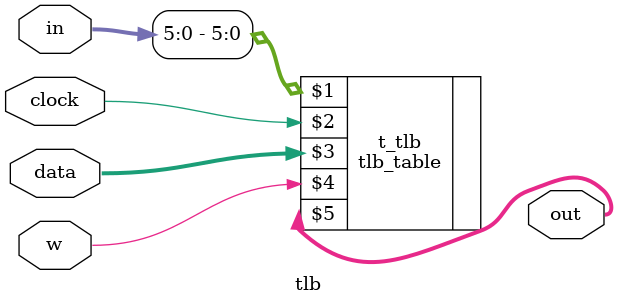
<source format=v>
module tlb(in, data, clock, w, out);
	input clock, w;
	input [15:0] in, data;
	output [15:0] out;

	tlb_table t_tlb(in[5:0], clock, data, w, out);	
endmodule
</source>
